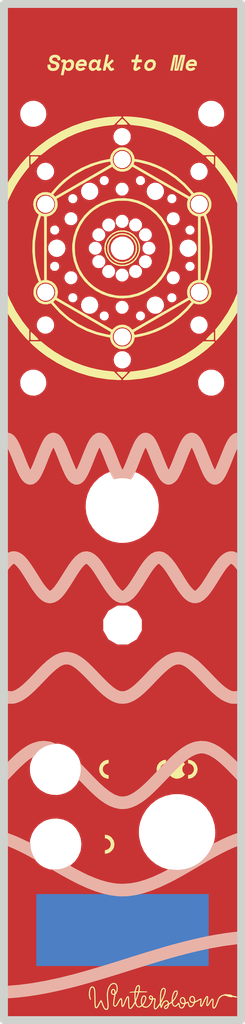
<source format=kicad_pcb>
(kicad_pcb (version 20211014) (generator pcbnew)
  (layers (0 "F.Cu" signal) (31 "B.Cu" signal) (36 "B.SilkS" user "B.Silkscreen") (37 "F.SilkS" user "F.Silkscreen") (38 "B.Mask" user) (39 "F.Mask" user) (44 "Edge.Cuts" user))
  (footprint "DrillHole" (layer "F.Cu") (at 6.535 96.777)
    (pad "" np_thru_hole circle (at 0 0) (size 6.350 6.350) (drill 6.350) (layers *.Cu *.Mask) (clearance 0.1))
  )
  (footprint "DrillHole" (layer "F.Cu") (at 6.535 106.260)
    (pad "" np_thru_hole circle (at 0 0) (size 6.350 6.350) (drill 6.350) (layers *.Cu *.Mask) (clearance 0.1))
  )
  (footprint "DrillHole" (layer "F.Cu") (at 14.959 63.522)
    (pad "" np_thru_hole circle (at 0 0) (size 7.100 7.100) (drill 7.100) (layers *.Cu *.Mask) (clearance 0.1))
  )
  (footprint "DrillHole" (layer "F.Cu") (at 21.897 104.746)
    (pad "" np_thru_hole circle (at 0 0) (size 9.500 9.500) (drill 9.500) (layers *.Cu *.Mask) (clearance 0.1))
  )
  (footprint "DrillHole" (layer "F.Cu") (at 14.977 30.890)
    (pad "" np_thru_hole circle (at 0 0) (size 2.800 2.800) (drill 2.800) (layers *.Cu *.Mask) (clearance 0.1))
  )
  (footprint "DrillHole" (layer "F.Cu") (at 14.947 16.781)
    (pad "" np_thru_hole circle (at 0 0) (size 2.030 2.030) (drill 2.030) (layers *.Cu *.Mask) (clearance 0.1))
  )
  (footprint "DrillHole" (layer "F.Cu") (at 14.972 44.999)
    (pad "" np_thru_hole circle (at 0 0) (size 2.030 2.030) (drill 2.030) (layers *.Cu *.Mask) (clearance 0.1))
  )
  (footprint "DrillHole" (layer "F.Cu") (at 24.669 21.180)
    (pad "" np_thru_hole circle (at 0 0) (size 2.030 2.030) (drill 2.030) (layers *.Cu *.Mask) (clearance 0.1))
  )
  (footprint "DrillHole" (layer "F.Cu") (at 5.249 40.600)
    (pad "" np_thru_hole circle (at 0 0) (size 2.030 2.030) (drill 2.030) (layers *.Cu *.Mask) (clearance 0.1))
  )
  (footprint "DrillHole" (layer "F.Cu") (at 24.669 40.600)
    (pad "" np_thru_hole circle (at 0 0) (size 2.030 2.030) (drill 2.030) (layers *.Cu *.Mask) (clearance 0.1))
  )
  (footprint "DrillHole" (layer "F.Cu") (at 5.249 21.180)
    (pad "" np_thru_hole circle (at 0 0) (size 2.030 2.030) (drill 2.030) (layers *.Cu *.Mask) (clearance 0.1))
  )
  (footprint "DrillHole" (layer "F.Cu") (at 14.972 42.106)
    (pad "" np_thru_hole circle (at 0 0) (size 2.030 2.030) (drill 2.030) (layers *.Cu *.Mask) (clearance 0.1))
  )
  (footprint "DrillHole" (layer "F.Cu") (at 5.277 36.449)
    (pad "" np_thru_hole circle (at 0 0) (size 2.030 2.030) (drill 2.030) (layers *.Cu *.Mask) (clearance 0.1))
  )
  (footprint "DrillHole" (layer "F.Cu") (at 24.705 25.331)
    (pad "" np_thru_hole circle (at 0 0) (size 2.030 2.030) (drill 2.030) (layers *.Cu *.Mask) (clearance 0.1))
  )
  (footprint "DrillHole" (layer "F.Cu") (at 5.277 25.331)
    (pad "" np_thru_hole circle (at 0 0) (size 2.030 2.030) (drill 2.030) (layers *.Cu *.Mask) (clearance 0.1))
  )
  (footprint "DrillHole" (layer "F.Cu") (at 14.959 19.673)
    (pad "" np_thru_hole circle (at 0 0) (size 2.030 2.030) (drill 2.030) (layers *.Cu *.Mask) (clearance 0.1))
  )
  (footprint "DrillHole" (layer "F.Cu") (at 3.709 13.890)
    (pad "" np_thru_hole circle (at 0 0) (size 3.136 3.136) (drill 3.136) (layers *.Cu *.Mask) (clearance 0.1))
  )
  (footprint "DrillHole" (layer "F.Cu") (at 26.209 13.890)
    (pad "" np_thru_hole circle (at 0 0) (size 3.136 3.136) (drill 3.136) (layers *.Cu *.Mask) (clearance 0.1))
  )
  (footprint "DrillHole" (layer "F.Cu") (at 3.709 47.890)
    (pad "" np_thru_hole circle (at 0 0) (size 3.136 3.136) (drill 3.136) (layers *.Cu *.Mask) (clearance 0.1))
  )
  (footprint "DrillHole" (layer "F.Cu") (at 26.209 47.890)
    (pad "" np_thru_hole circle (at 0 0) (size 3.136 3.136) (drill 3.136) (layers *.Cu *.Mask) (clearance 0.1))
  )
  (footprint "DrillHole" (layer "F.Cu") (at 24.705 36.449)
    (pad "" np_thru_hole circle (at 0 0) (size 2.030 2.030) (drill 2.030) (layers *.Cu *.Mask) (clearance 0.1))
  )
  (footprint "DrillHole" (layer "F.Cu") (at 10.840 38.088)
    (pad "" np_thru_hole circle (at 0 0) (size 2.030 2.030) (drill 2.030) (layers *.Cu *.Mask) (clearance 0.1))
  )
  (footprint "DrillHole" (layer "F.Cu") (at 19.151 23.692)
    (pad "" np_thru_hole circle (at 0 0) (size 2.030 2.030) (drill 2.030) (layers *.Cu *.Mask) (clearance 0.1))
  )
  (footprint "DrillHole" (layer "F.Cu") (at 6.684 30.890)
    (pad "" np_thru_hole circle (at 0 0) (size 2.030 2.030) (drill 2.030) (layers *.Cu *.Mask) (clearance 0.1))
  )
  (footprint "DrillHole" (layer "F.Cu") (at 23.307 30.890)
    (pad "" np_thru_hole circle (at 0 0) (size 2.030 2.030) (drill 2.030) (layers *.Cu *.Mask) (clearance 0.1))
  )
  (footprint "DrillHole" (layer "F.Cu") (at 10.840 23.692)
    (pad "" np_thru_hole circle (at 0 0) (size 2.030 2.030) (drill 2.030) (layers *.Cu *.Mask) (clearance 0.1))
  )
  (footprint "DrillHole" (layer "F.Cu") (at 19.151 38.088)
    (pad "" np_thru_hole circle (at 0 0) (size 2.030 2.030) (drill 2.030) (layers *.Cu *.Mask) (clearance 0.1))
  )
  (footprint "DrillHole" (layer "F.Cu") (at 14.947 38.359)
    (pad "" np_thru_hole circle (at 0 0) (size 1.486 1.486) (drill 1.486) (layers *.Cu *.Mask) (clearance 0.1))
  )
  (footprint "DrillHole" (layer "F.Cu") (at 14.947 23.420)
    (pad "" np_thru_hole circle (at 0 0) (size 1.486 1.486) (drill 1.486) (layers *.Cu *.Mask) (clearance 0.1))
  )
  (footprint "DrillHole" (layer "F.Cu") (at 17.270 22.333)
    (pad "" np_thru_hole circle (at 0 0) (size 1.000 1.000) (drill 1.000) (layers *.Cu *.Mask) (clearance 0.1))
  )
  (footprint "DrillHole" (layer "F.Cu") (at 12.685 39.446)
    (pad "" np_thru_hole circle (at 0 0) (size 1.000 1.000) (drill 1.000) (layers *.Cu *.Mask) (clearance 0.1))
  )
  (footprint "DrillHole" (layer "F.Cu") (at 21.241 24.626)
    (pad "" np_thru_hole circle (at 0 0) (size 1.000 1.000) (drill 1.000) (layers *.Cu *.Mask) (clearance 0.1))
  )
  (footprint "DrillHole" (layer "F.Cu") (at 8.714 37.154)
    (pad "" np_thru_hole circle (at 0 0) (size 1.000 1.000) (drill 1.000) (layers *.Cu *.Mask) (clearance 0.1))
  )
  (footprint "DrillHole" (layer "F.Cu") (at 23.534 28.597)
    (pad "" np_thru_hole circle (at 0 0) (size 1.000 1.000) (drill 1.000) (layers *.Cu *.Mask) (clearance 0.1))
  )
  (footprint "DrillHole" (layer "F.Cu") (at 6.421 33.183)
    (pad "" np_thru_hole circle (at 0 0) (size 1.000 1.000) (drill 1.000) (layers *.Cu *.Mask) (clearance 0.1))
  )
  (footprint "DrillHole" (layer "F.Cu") (at 23.534 33.183)
    (pad "" np_thru_hole circle (at 0 0) (size 1.000 1.000) (drill 1.000) (layers *.Cu *.Mask) (clearance 0.1))
  )
  (footprint "DrillHole" (layer "F.Cu") (at 6.421 28.597)
    (pad "" np_thru_hole circle (at 0 0) (size 1.000 1.000) (drill 1.000) (layers *.Cu *.Mask) (clearance 0.1))
  )
  (footprint "DrillHole" (layer "F.Cu") (at 21.241 37.154)
    (pad "" np_thru_hole circle (at 0 0) (size 1.000 1.000) (drill 1.000) (layers *.Cu *.Mask) (clearance 0.1))
  )
  (footprint "DrillHole" (layer "F.Cu") (at 8.714 24.626)
    (pad "" np_thru_hole circle (at 0 0) (size 1.000 1.000) (drill 1.000) (layers *.Cu *.Mask) (clearance 0.1))
  )
  (footprint "DrillHole" (layer "F.Cu") (at 17.270 39.446)
    (pad "" np_thru_hole circle (at 0 0) (size 1.000 1.000) (drill 1.000) (layers *.Cu *.Mask) (clearance 0.1))
  )
  (footprint "DrillHole" (layer "F.Cu") (at 12.685 22.333)
    (pad "" np_thru_hole circle (at 0 0) (size 1.000 1.000) (drill 1.000) (layers *.Cu *.Mask) (clearance 0.1))
  )
  (footprint "DrillHole" (layer "F.Cu") (at 14.947 27.493)
    (pad "" np_thru_hole circle (at 0 0) (size 1.000 1.000) (drill 1.000) (layers *.Cu *.Mask) (clearance 0.1))
  )
  (footprint "DrillHole" (layer "F.Cu") (at 14.947 34.287)
    (pad "" np_thru_hole circle (at 0 0) (size 1.000 1.000) (drill 1.000) (layers *.Cu *.Mask) (clearance 0.1))
  )
  (footprint "DrillHole" (layer "F.Cu") (at 18.344 30.890)
    (pad "" np_thru_hole circle (at 0 0) (size 1.000 1.000) (drill 1.000) (layers *.Cu *.Mask) (clearance 0.1))
  )
  (footprint "DrillHole" (layer "F.Cu") (at 11.550 30.890)
    (pad "" np_thru_hole circle (at 0 0) (size 1.000 1.000) (drill 1.000) (layers *.Cu *.Mask) (clearance 0.1))
  )
  (footprint "DrillHole" (layer "F.Cu") (at 17.889 32.588)
    (pad "" np_thru_hole circle (at 0 0) (size 1.000 1.000) (drill 1.000) (layers *.Cu *.Mask) (clearance 0.1))
  )
  (footprint "DrillHole" (layer "F.Cu") (at 12.005 29.191)
    (pad "" np_thru_hole circle (at 0 0) (size 1.000 1.000) (drill 1.000) (layers *.Cu *.Mask) (clearance 0.1))
  )
  (footprint "DrillHole" (layer "F.Cu") (at 16.645 33.832)
    (pad "" np_thru_hole circle (at 0 0) (size 1.000 1.000) (drill 1.000) (layers *.Cu *.Mask) (clearance 0.1))
  )
  (footprint "DrillHole" (layer "F.Cu") (at 13.248 27.948)
    (pad "" np_thru_hole circle (at 0 0) (size 1.000 1.000) (drill 1.000) (layers *.Cu *.Mask) (clearance 0.1))
  )
  (footprint "DrillHole" (layer "F.Cu") (at 13.248 33.832)
    (pad "" np_thru_hole circle (at 0 0) (size 1.000 1.000) (drill 1.000) (layers *.Cu *.Mask) (clearance 0.1))
  )
  (footprint "DrillHole" (layer "F.Cu") (at 16.645 27.948)
    (pad "" np_thru_hole circle (at 0 0) (size 1.000 1.000) (drill 1.000) (layers *.Cu *.Mask) (clearance 0.1))
  )
  (footprint "DrillHole" (layer "F.Cu") (at 12.005 32.588)
    (pad "" np_thru_hole circle (at 0 0) (size 1.000 1.000) (drill 1.000) (layers *.Cu *.Mask) (clearance 0.1))
  )
  (footprint "DrillHole" (layer "F.Cu") (at 17.889 29.191)
    (pad "" np_thru_hole circle (at 0 0) (size 1.000 1.000) (drill 1.000) (layers *.Cu *.Mask) (clearance 0.1))
  )
  (footprint "DrillHole" (layer "F.Cu") (at 8.478 34.625)
    (pad "" np_thru_hole circle (at 0 0) (size 1.486 1.486) (drill 1.486) (layers *.Cu *.Mask) (clearance 0.1))
  )
  (footprint "DrillHole" (layer "F.Cu") (at 21.416 27.155)
    (pad "" np_thru_hole circle (at 0 0) (size 1.486 1.486) (drill 1.486) (layers *.Cu *.Mask) (clearance 0.1))
  )
  (footprint "DrillHole" (layer "F.Cu") (at 8.478 27.155)
    (pad "" np_thru_hole circle (at 0 0) (size 1.486 1.486) (drill 1.486) (layers *.Cu *.Mask) (clearance 0.1))
  )
  (footprint "DrillHole" (layer "F.Cu") (at 21.416 34.625)
    (pad "" np_thru_hole circle (at 0 0) (size 1.486 1.486) (drill 1.486) (layers *.Cu *.Mask) (clearance 0.1))
  )
  (footprint "Graphics" (layer "F.SilkS") (at 0 0))
  (footprint "Graphics" (layer "F.Mask") (at 0 0))
  (footprint "Graphics" (layer "F.Cu") (at 0 0)
    (fp_poly (pts (xy 29.980 64.250) (xy 29.980 128.500) (xy 15.000 128.500) (xy 0.020 128.500) (xy 0.020 106.088) (xy 3.282 106.088) (xy 3.288 106.430) (xy 3.313 106.755) (xy 3.338 106.923) (xy 3.565 107.608) (xy 3.935 108.221) (xy 4.205 108.533) (xy 4.575 108.867) (xy 4.976 109.121) (xy 5.070 109.170) (xy 5.709 109.413) (xy 6.200 109.508) (xy 6.410 109.516) (xy 6.697 109.506) (xy 6.982 109.484) (xy 7.146 109.461) (xy 7.828 109.248) (xy 8.435 108.904) (xy 8.952 108.445) (xy 9.360 107.887) (xy 9.643 107.246) (xy 9.719 106.966) (xy 9.794 106.265) (xy 9.717 105.562) (xy 9.488 104.884) (xy 9.479 104.864) (xy 9.400 104.735) (xy 17.069 104.735) (xy 17.079 105.122) (xy 17.107 105.420) (xy 17.319 106.292) (xy 17.670 107.092) (xy 18.156 107.810) (xy 18.573 108.259) (xy 19.259 108.801) (xy 20.024 109.205) (xy 20.864 109.469) (xy 21.490 109.568) (xy 21.708 109.576) (xy 22.014 109.570) (xy 22.334 109.553) (xy 22.599 109.529) (xy 22.660 109.521) (xy 23.296 109.374) (xy 23.903 109.140) (xy 24.030 109.080) (xy 24.766 108.634) (xy 25.267 108.204) (xy 25.847 107.528) (xy 26.283 106.782) (xy 26.576 105.963) (xy 26.702 105.320) (xy 26.728 104.904) (xy 26.714 104.418) (xy 26.662 103.948) (xy 26.649 103.870) (xy 26.419 103.046) (xy 26.048 102.278) (xy 25.548 101.585) (xy 24.935 100.989) (xy 24.390 100.606) (xy 23.606 100.225) (xy 22.773 99.991) (xy 22.436 99.941) (xy 22.127 99.923) (xy 21.753 99.922) (xy 21.408 99.938) (xy 21.286 99.951) (xy 20.428 100.141) (xy 19.624 100.479) (xy 19.212 100.725) (xy 18.556 101.254) (xy 17.995 101.894) (xy 17.561 102.608) (xy 17.259 103.370) (xy 17.106 104.041) (xy 17.078 104.348) (xy 17.069 104.735) (xy 9.400 104.735) (xy 9.108 104.260) (xy 8.614 103.750) (xy 8.013 103.352) (xy 7.990 103.340) (xy 7.347 103.100) (xy 6.665 103.002) (xy 5.976 103.047) (xy 5.312 103.234) (xy 4.976 103.393) (xy 4.396 103.799) (xy 3.919 104.312) (xy 3.562 104.909) (xy 3.342 105.566) (xy 3.298 105.813) (xy 3.282 106.088) (xy 0.020 106.088) (xy 0.020 96.582) (xy 3.284 96.582) (xy 3.285 96.869) (xy 3.311 97.259) (xy 3.376 97.590) (xy 3.453 97.840) (xy 3.753 98.477) (xy 4.180 99.031) (xy 4.717 99.482) (xy 5.345 99.813) (xy 5.440 99.849) (xy 6.058 99.999) (xy 6.710 100.030) (xy 7.080 99.989) (xy 7.755 99.796) (xy 8.365 99.473) (xy 8.490 99.383) (xy 8.712 99.191) (xy 8.955 98.947) (xy 9.146 98.725) (xy 9.149 98.720) (xy 9.508 98.108) (xy 9.723 97.449) (xy 9.794 96.766) (xy 9.719 96.083) (xy 9.497 95.422) (xy 9.254 94.984) (xy 8.801 94.437) (xy 8.256 94.009) (xy 7.638 93.710) (xy 6.970 93.548) (xy 6.273 93.530) (xy 5.688 93.629) (xy 5.038 93.881) (xy 4.461 94.263) (xy 3.976 94.757) (xy 3.604 95.343) (xy 3.372 95.964) (xy 3.308 96.269) (xy 3.284 96.582) (xy 0.020 96.582) (xy 0.020 77.870) (xy 12.560 77.870) (xy 12.561 78.550) (xy 12.562 79.230) (xy 12.886 79.788) (xy 13.210 80.347) (xy 13.770 80.673) (xy 14.330 80.999) (xy 15.000 80.999) (xy 15.670 80.999) (xy 16.230 80.673) (xy 16.790 80.347) (xy 17.114 79.788) (xy 17.438 79.230) (xy 17.439 78.550) (xy 17.440 77.870) (xy 17.116 77.307) (xy 16.792 76.744) (xy 16.220 76.412) (xy 15.647 76.080) (xy 15.000 76.080) (xy 14.353 76.080) (xy 13.781 76.412) (xy 13.208 76.744) (xy 12.884 77.307) (xy 12.560 77.870) (xy 0.020 77.870) (xy 0.020 64.250) (xy 0.020 63.695) (xy 10.329 63.695) (xy 10.434 64.519) (xy 10.688 65.316) (xy 10.810 65.581) (xy 11.194 66.219) (xy 11.609 66.715) (xy 12.257 67.282) (xy 12.988 67.713) (xy 13.792 68.003) (xy 14.550 68.139) (xy 14.826 68.151) (xy 15.171 68.144) (xy 15.493 68.121) (xy 15.580 68.111) (xy 15.935 68.049) (xy 16.273 67.960) (xy 16.346 67.938) (xy 17.119 67.616) (xy 17.812 67.165) (xy 18.413 66.601) (xy 18.905 65.941) (xy 19.275 65.201) (xy 19.508 64.399) (xy 19.530 64.280) (xy 19.588 63.448) (xy 19.495 62.601) (xy 19.439 62.352) (xy 19.158 61.566) (xy 18.735 60.842) (xy 18.250 60.268) (xy 17.704 59.790) (xy 17.109 59.419) (xy 16.990 59.359) (xy 16.249 59.069) (xy 15.492 58.920) (xy 14.970 58.893) (xy 14.383 58.922) (xy 13.838 59.025) (xy 13.470 59.135) (xy 12.718 59.466) (xy 12.032 59.933) (xy 11.434 60.515) (xy 10.949 61.195) (xy 10.895 61.290) (xy 10.559 62.058) (xy 10.371 62.867) (xy 10.329 63.695) (xy 0.020 63.695) (xy 0.020 47.811) (xy 2.062 47.811) (xy 2.066 47.939) (xy 2.098 48.262) (xy 2.181 48.527) (xy 2.229 48.630) (xy 2.515 49.036) (xy 2.901 49.332) (xy 3.354 49.504) (xy 3.847 49.536) (xy 4.023 49.512) (xy 4.445 49.371) (xy 4.814 49.107) (xy 4.872 49.051) (xy 5.098 48.785) (xy 5.249 48.492) (xy 5.338 48.186) (xy 5.354 47.853) (xy 5.353 47.830) (xy 5.351 47.811) (xy 24.562 47.811) (xy 24.566 47.939) (xy 24.598 48.262) (xy 24.681 48.527) (xy 24.729 48.630) (xy 25.015 49.036) (xy 25.401 49.332) (xy 25.854 49.504) (xy 26.347 49.536) (xy 26.523 49.512) (xy 26.945 49.371) (xy 27.314 49.107) (xy 27.372 49.051) (xy 27.598 48.785) (xy 27.749 48.492) (xy 27.838 48.186) (xy 27.854 47.853) (xy 27.853 47.830) (xy 27.807 47.476) (xy 27.702 47.188) (xy 27.427 46.781) (xy 27.041 46.467) (xy 26.620 46.286) (xy 26.390 46.254) (xy 26.101 46.251) (xy 25.848 46.275) (xy 25.801 46.286) (xy 25.329 46.493) (xy 24.950 46.819) (xy 24.685 47.243) (xy 24.598 47.500) (xy 24.568 47.647) (xy 24.562 47.811) (xy 5.351 47.811) (xy 5.307 47.476) (xy 5.202 47.188) (xy 4.927 46.781) (xy 4.541 46.467) (xy 4.120 46.286) (xy 3.890 46.254) (xy 3.601 46.251) (xy 3.348 46.275) (xy 3.301 46.286) (xy 2.829 46.493) (xy 2.450 46.819) (xy 2.185 47.243) (xy 2.098 47.500) (xy 2.068 47.647) (xy 2.062 47.811) (xy 0.020 47.811) (xy 0.020 45.009) (xy 13.876 45.009) (xy 13.952 45.414) (xy 14.150 45.736) (xy 14.384 45.926) (xy 14.677 46.063) (xy 14.734 46.078) (xy 14.956 46.097) (xy 15.195 46.077) (xy 15.230 46.069) (xy 15.599 45.899) (xy 15.872 45.625) (xy 16.034 45.280) (xy 16.067 44.896) (xy 15.996 44.600) (xy 15.788 44.262) (xy 15.490 44.031) (xy 15.140 43.913) (xy 14.770 43.916) (xy 14.417 44.047) (xy 14.200 44.218) (xy 13.965 44.554) (xy 13.877 44.945) (xy 13.876 45.009) (xy 0.020 45.009) (xy 0.020 42.091) (xy 13.875 42.091) (xy 13.918 42.420) (xy 14.109 42.782) (xy 14.409 43.050) (xy 14.686 43.169) (xy 14.920 43.197) (xy 15.177 43.184) (xy 15.246 43.170) (xy 15.612 42.996) (xy 15.893 42.701) (xy 16.016 42.452) (xy 16.068 42.146) (xy 16.037 41.830) (xy 16.032 41.810) (xy 15.854 41.451) (xy 15.580 41.193) (xy 15.242 41.044) (xy 14.875 41.013) (xy 14.512 41.111) (xy 14.230 41.303) (xy 14.017 41.561) (xy 13.926 41.763) (xy 13.875 42.091) (xy 0.020 42.091) (xy 0.020 40.453) (xy 4.158 40.453) (xy 4.172 40.835) (xy 4.321 41.187) (xy 4.580 41.472) (xy 4.926 41.654) (xy 4.990 41.672) (xy 5.244 41.697) (xy 5.497 41.672) (xy 5.506 41.670) (xy 5.882 41.495) (xy 6.166 41.204) (xy 6.310 40.895) (xy 6.342 40.645) (xy 6.330 40.453) (xy 23.578 40.453) (xy 23.592 40.835) (xy 23.741 41.187) (xy 24.000 41.472) (xy 24.346 41.654) (xy 24.410 41.672) (xy 24.664 41.697) (xy 24.917 41.672) (xy 24.926 41.670) (xy 25.304 41.495) (xy 25.587 41.203) (xy 25.730 40.894) (xy 25.763 40.637) (xy 25.744 40.364) (xy 25.730 40.308) (xy 25.556 39.953) (xy 25.279 39.683) (xy 25.160 39.615) (xy 24.852 39.514) (xy 24.664 39.500) (xy 24.265 39.575) (xy 23.932 39.781) (xy 23.693 40.098) (xy 23.578 40.453) (xy 6.330 40.453) (xy 6.325 40.375) (xy 6.310 40.305) (xy 6.136 39.953) (xy 5.860 39.683) (xy 5.740 39.615) (xy 5.432 39.514) (xy 5.244 39.500) (xy 4.845 39.575) (xy 4.512 39.781) (xy 4.273 40.098) (xy 4.158 40.453) (xy 0.020 40.453) (xy 0.020 39.402) (xy 12.105 39.402) (xy 12.150 39.688) (xy 12.244 39.829) (xy 12.483 39.995) (xy 12.763 40.029) (xy 12.930 39.980) (xy 13.150 39.799) (xy 13.256 39.556) (xy 13.255 39.531) (xy 16.691 39.531) (xy 16.799 39.796) (xy 17.021 39.977) (xy 17.300 40.033) (xy 17.493 39.990) (xy 17.722 39.817) (xy 17.840 39.565) (xy 17.829 39.284) (xy 17.794 39.196) (xy 17.609 38.975) (xy 17.356 38.870) (xy 17.084 38.892) (xy 16.889 39.005) (xy 16.720 39.249) (xy 16.691 39.531) (xy 13.255 39.531) (xy 13.247 39.294) (xy 13.124 39.061) (xy 12.925 38.916) (xy 12.632 38.866) (xy 12.358 38.968) (xy 12.298 39.016) (xy 12.143 39.222) (xy 12.105 39.402) (xy 0.020 39.402) (xy 0.020 38.005) (xy 9.743 38.005) (xy 9.783 38.399) (xy 9.966 38.755) (xy 10.046 38.845) (xy 10.365 39.083) (xy 10.737 39.177) (xy 10.821 39.179) (xy 11.034 39.166) (xy 11.129 39.149) (xy 11.484 38.980) (xy 11.752 38.698) (xy 11.897 38.361) (xy 14.130 38.361) (xy 14.135 38.526) (xy 14.163 38.633) (xy 14.205 38.724) (xy 14.429 39.007) (xy 14.720 39.162) (xy 14.831 39.173) (xy 14.971 39.174) (xy 15.138 39.164) (xy 15.253 39.129) (xy 15.302 39.106) (xy 15.585 38.882) (xy 15.747 38.560) (xy 15.763 38.492) (xy 15.748 38.162) (xy 15.690 38.046) (xy 18.053 38.046) (xy 18.078 38.345) (xy 18.097 38.413) (xy 18.299 38.779) (xy 18.607 39.044) (xy 18.860 39.151) (xy 19.055 39.175) (xy 19.295 39.172) (xy 19.437 39.151) (xy 19.744 39.012) (xy 19.911 38.872) (xy 20.152 38.533) (xy 20.250 38.156) (xy 20.205 37.772) (xy 20.017 37.414) (xy 19.907 37.289) (xy 19.727 37.168) (xy 20.661 37.168) (xy 20.683 37.342) (xy 20.842 37.581) (xy 21.054 37.712) (xy 21.278 37.734) (xy 21.509 37.674) (xy 21.518 37.669) (xy 21.694 37.524) (xy 21.776 37.383) (xy 21.815 37.262) (xy 21.816 37.123) (xy 21.762 36.886) (xy 21.622 36.716) (xy 21.362 36.582) (xy 21.053 36.598) (xy 21.050 36.599) (xy 20.865 36.712) (xy 20.717 36.895) (xy 20.694 36.949) (xy 20.661 37.168) (xy 19.727 37.168) (xy 19.628 37.102) (xy 19.292 36.993) (xy 19.150 36.981) (xy 18.819 37.041) (xy 18.500 37.198) (xy 18.446 37.238) (xy 18.264 37.442) (xy 18.119 37.698) (xy 18.098 37.756) (xy 18.053 38.046) (xy 15.690 38.046) (xy 15.599 37.861) (xy 15.343 37.636) (xy 15.302 37.615) (xy 15.193 37.568) (xy 15.081 37.552) (xy 14.940 37.550) (xy 14.770 37.553) (xy 14.670 37.575) (xy 14.564 37.628) (xy 14.302 37.842) (xy 14.192 38.020) (xy 14.146 38.135) (xy 14.131 38.260) (xy 14.130 38.361) (xy 11.897 38.361) (xy 11.907 38.339) (xy 11.933 38.020) (xy 11.834 37.618) (xy 11.607 37.295) (xy 11.275 37.076) (xy 10.993 36.998) (xy 10.599 37.015) (xy 10.238 37.169) (xy 9.952 37.438) (xy 9.853 37.605) (xy 9.743 38.005) (xy 0.020 38.005) (xy 0.020 36.391) (xy 4.178 36.391) (xy 4.231 36.790) (xy 4.306 36.970) (xy 4.507 37.227) (xy 4.784 37.433) (xy 4.995 37.518) (xy 5.188 37.537) (xy 5.423 37.532) (xy 5.581 37.508) (xy 5.933 37.329) (xy 6.080 37.170) (xy 8.131 37.170) (xy 8.203 37.447) (xy 8.389 37.643) (xy 8.650 37.733) (xy 8.900 37.708) (xy 9.103 37.583) (xy 9.252 37.384) (xy 9.268 37.340) (xy 9.283 37.033) (xy 9.144 36.760) (xy 9.140 36.755) (xy 8.913 36.604) (xy 8.645 36.574) (xy 8.392 36.664) (xy 8.262 36.787) (xy 8.156 36.975) (xy 8.131 37.170) (xy 6.080 37.170) (xy 6.200 37.041) (xy 6.354 36.684) (xy 6.379 36.460) (xy 6.358 36.345) (xy 23.608 36.345) (xy 23.646 36.749) (xy 23.734 36.965) (xy 23.989 37.285) (xy 24.351 37.492) (xy 24.360 37.494) (xy 24.618 37.538) (xy 24.903 37.528) (xy 25.001 37.508) (xy 25.364 37.324) (xy 25.637 37.030) (xy 25.769 36.729) (xy 25.795 36.359) (xy 25.704 35.991) (xy 25.675 35.932) (xy 25.506 35.707) (xy 25.278 35.511) (xy 25.200 35.465) (xy 24.816 35.353) (xy 24.430 35.383) (xy 24.080 35.542) (xy 23.803 35.817) (xy 23.729 35.943) (xy 23.608 36.345) (xy 6.358 36.345) (xy 6.310 36.083) (xy 6.124 35.748) (xy 5.872 35.522) (xy 5.475 35.366) (xy 5.079 35.363) (xy 4.709 35.510) (xy 4.508 35.670) (xy 4.272 36.006) (xy 4.178 36.391) (xy 0.020 36.391) (xy 0.020 34.723) (xy 7.652 34.723) (xy 7.733 34.987) (xy 7.938 35.244) (xy 8.220 35.415) (xy 8.309 35.441) (xy 8.550 35.447) (xy 8.766 35.400) (xy 9.042 35.225) (xy 9.132 35.127) (xy 9.276 34.833) (xy 9.291 34.503) (xy 9.179 34.189) (xy 9.065 34.044) (xy 8.916 33.929) (xy 12.426 33.929) (xy 12.479 34.146) (xy 12.647 34.394) (xy 12.907 34.584) (xy 13.055 34.640) (xy 13.192 34.652) (xy 13.294 34.652) (xy 13.478 34.627) (xy 13.589 34.584) (xy 13.868 34.374) (xy 13.922 34.280) (xy 14.130 34.280) (xy 14.135 34.448) (xy 14.164 34.557) (xy 14.194 34.624) (xy 14.408 34.911) (xy 14.700 35.076) (xy 15.035 35.106) (xy 15.295 35.030) (xy 15.573 34.825) (xy 15.732 34.549) (xy 15.772 34.240) (xy 15.694 33.935) (xy 15.615 33.830) (xy 15.830 33.830) (xy 15.835 34.005) (xy 15.861 34.112) (xy 15.884 34.166) (xy 16.031 34.376) (xy 16.227 34.546) (xy 16.272 34.570) (xy 16.476 34.642) (xy 16.694 34.652) (xy 16.878 34.627) (xy 16.990 34.583) (xy 17.108 34.493) (xy 20.596 34.493) (xy 20.608 34.822) (xy 20.747 35.110) (xy 20.981 35.327) (xy 21.280 35.443) (xy 21.606 35.430) (xy 21.933 35.271) (xy 22.100 35.089) (xy 22.226 34.776) (xy 22.218 34.435) (xy 22.159 34.265) (xy 21.937 33.985) (xy 21.760 33.872) (xy 21.644 33.825) (xy 21.517 33.811) (xy 21.420 33.810) (xy 21.252 33.815) (xy 21.142 33.844) (xy 21.076 33.874) (xy 20.784 34.094) (xy 20.616 34.412) (xy 20.596 34.493) (xy 17.108 34.493) (xy 17.267 34.374) (xy 17.431 34.082) (xy 17.469 33.749) (xy 17.389 33.467) (xy 17.178 33.199) (xy 16.886 33.041) (xy 16.556 33.006) (xy 16.235 33.108) (xy 16.231 33.110) (xy 16.040 33.274) (xy 15.889 33.484) (xy 15.884 33.495) (xy 15.844 33.602) (xy 15.831 33.734) (xy 15.830 33.830) (xy 15.615 33.830) (xy 15.497 33.671) (xy 15.287 33.529) (xy 15.183 33.486) (xy 15.061 33.472) (xy 14.950 33.470) (xy 14.778 33.475) (xy 14.672 33.500) (xy 14.600 33.532) (xy 14.331 33.739) (xy 14.195 33.938) (xy 14.146 34.052) (xy 14.131 34.173) (xy 14.130 34.280) (xy 13.922 34.280) (xy 14.036 34.080) (xy 14.071 33.745) (xy 14.065 33.706) (xy 13.931 33.367) (xy 13.670 33.120) (xy 13.584 33.074) (xy 13.463 33.025) (xy 13.332 33.011) (xy 13.250 33.010) (xy 13.084 33.016) (xy 12.972 33.048) (xy 12.918 33.073) (xy 12.628 33.289) (xy 12.459 33.586) (xy 12.426 33.929) (xy 8.916 33.929) (xy 8.908 33.923) (xy 8.830 33.878) (xy 8.712 33.828) (xy 8.594 33.811) (xy 8.479 33.810) (xy 8.314 33.815) (xy 8.207 33.842) (xy 8.116 33.885) (xy 7.840 34.101) (xy 7.680 34.393) (xy 7.652 34.723) (xy 0.020 34.723) (xy 0.020 33.190) (xy 5.850 33.190) (xy 5.857 33.345) (xy 5.892 33.441) (xy 5.904 33.462) (xy 6.103 33.674) (xy 6.189 33.722) (xy 6.419 33.761) (xy 6.660 33.714) (xy 6.671 33.709) (xy 6.892 33.525) (xy 6.996 33.267) (xy 6.964 32.983) (xy 6.939 32.924) (xy 6.795 32.734) (xy 6.672 32.654) (xy 6.474 32.609) (xy 6.247 32.626) (xy 6.166 32.655) (xy 5.939 32.847) (xy 5.899 32.913) (xy 5.859 33.024) (xy 5.850 33.184) (xy 5.850 33.190) (xy 0.020 33.190) (xy 0.020 32.590) (xy 11.190 32.590) (xy 11.195 32.765) (xy 11.221 32.872) (xy 11.244 32.925) (xy 11.381 33.125) (xy 11.563 33.294) (xy 11.590 33.311) (xy 11.902 33.410) (xy 12.237 33.385) (xy 12.350 33.343) (xy 12.624 33.135) (xy 12.792 32.840) (xy 12.819 32.604) (xy 17.061 32.604) (xy 17.128 32.928) (xy 17.165 33.000) (xy 17.378 33.235) (xy 17.659 33.389) (xy 17.695 33.400) (xy 17.832 33.412) (xy 17.934 33.412) (xy 18.118 33.387) (xy 18.229 33.344) (xy 18.433 33.190) (xy 22.952 33.190) (xy 22.967 33.339) (xy 23.019 33.456) (xy 23.202 33.666) (xy 23.330 33.736) (xy 23.493 33.757) (xy 23.681 33.746) (xy 23.721 33.737) (xy 23.920 33.616) (xy 24.048 33.460) (xy 24.099 33.343) (xy 24.110 33.197) (xy 24.110 33.190) (xy 24.097 33.025) (xy 24.062 32.932) (xy 23.875 32.711) (xy 23.621 32.607) (xy 23.348 32.631) (xy 23.145 32.750) (xy 22.984 32.983) (xy 22.952 33.190) (xy 18.433 33.190) (xy 18.507 33.135) (xy 18.676 32.843) (xy 18.712 32.511) (xy 18.706 32.470) (xy 18.576 32.130) (xy 18.335 31.890) (xy 18.010 31.772) (xy 17.832 31.764) (xy 17.524 31.843) (xy 17.318 31.994) (xy 17.128 32.274) (xy 17.061 32.604) (xy 12.819 32.604) (xy 12.830 32.506) (xy 12.823 32.457) (xy 12.688 32.124) (xy 12.426 31.878) (xy 12.344 31.834) (xy 12.226 31.786) (xy 12.102 31.771) (xy 12.000 31.770) (xy 11.832 31.775) (xy 11.727 31.803) (xy 11.660 31.834) (xy 11.379 32.052) (xy 11.256 32.236) (xy 11.208 32.348) (xy 11.192 32.464) (xy 11.190 32.590) (xy 0.020 32.590) (xy 0.020 31.039) (xy 5.593 31.039) (xy 5.714 31.404) (xy 5.952 31.707) (xy 6.285 31.915) (xy 6.460 31.969) (xy 6.723 31.996) (xy 6.925 31.961) (xy 7.273 31.816) (xy 7.460 31.662) (xy 7.695 31.318) (xy 7.782 30.930) (xy 7.776 30.890) (xy 10.730 30.890) (xy 10.736 31.056) (xy 10.768 31.168) (xy 10.794 31.224) (xy 11.003 31.507) (xy 11.158 31.617) (xy 11.358 31.698) (xy 11.580 31.712) (xy 11.594 31.712) (xy 11.778 31.687) (xy 11.889 31.644) (xy 12.169 31.437) (xy 12.331 31.160) (xy 12.375 30.849) (xy 12.368 30.822) (xy 13.499 30.822) (xy 13.514 31.147) (xy 13.530 31.234) (xy 13.708 31.655) (xy 14.004 32.009) (xy 14.312 32.217) (xy 14.642 32.340) (xy 14.984 32.371) (xy 15.040 32.370) (xy 15.299 32.340) (xy 15.410 32.309) (xy 15.847 32.093) (xy 16.174 31.763) (xy 16.310 31.530) (xy 16.450 31.069) (xy 16.443 30.890) (xy 17.530 30.890) (xy 17.534 31.060) (xy 17.559 31.164) (xy 17.596 31.245) (xy 17.818 31.530) (xy 18.120 31.689) (xy 18.385 31.711) (xy 18.640 31.662) (xy 18.922 31.479) (xy 19.109 31.204) (xy 19.170 30.900) (xy 22.200 30.900) (xy 22.235 31.128) (xy 22.320 31.375) (xy 22.344 31.425) (xy 22.579 31.712) (xy 22.907 31.915) (xy 23.080 31.969) (xy 23.326 31.996) (xy 23.519 31.970) (xy 23.894 31.817) (xy 24.182 31.551) (xy 24.357 31.202) (xy 24.399 30.909) (xy 24.332 30.496) (xy 24.123 30.157) (xy 24.062 30.095) (xy 23.712 29.866) (xy 23.324 29.786) (xy 22.923 29.859) (xy 22.743 29.943) (xy 22.459 30.190) (xy 22.268 30.530) (xy 22.200 30.900) (xy 19.170 30.900) (xy 19.173 30.884) (xy 19.164 30.786) (xy 19.035 30.447) (xy 18.793 30.196) (xy 18.685 30.135) (xy 18.561 30.087) (xy 18.426 30.073) (xy 18.350 30.072) (xy 18.163 30.082) (xy 18.034 30.118) (xy 17.800 30.273) (xy 17.612 30.505) (xy 17.595 30.537) (xy 17.548 30.648) (xy 17.532 30.764) (xy 17.530 30.890) (xy 16.443 30.890) (xy 16.431 30.604) (xy 16.301 30.230) (xy 16.041 29.853) (xy 15.850 29.689) (xy 15.578 29.534) (xy 15.320 29.438) (xy 15.099 29.413) (xy 14.825 29.417) (xy 14.603 29.447) (xy 14.600 29.448) (xy 14.174 29.641) (xy 13.827 29.953) (xy 13.591 30.353) (xy 13.539 30.514) (xy 13.499 30.822) (xy 12.368 30.822) (xy 12.300 30.544) (xy 12.105 30.281) (xy 11.904 30.145) (xy 11.776 30.089) (xy 11.657 30.071) (xy 11.550 30.070) (xy 11.388 30.075) (xy 11.278 30.106) (xy 11.197 30.145) (xy 10.912 30.367) (xy 10.794 30.556) (xy 10.745 30.677) (xy 10.731 30.808) (xy 10.730 30.890) (xy 7.776 30.890) (xy 7.716 30.523) (xy 7.665 30.400) (xy 7.436 30.090) (xy 7.110 29.876) (xy 6.734 29.787) (xy 6.603 29.789) (xy 6.206 29.898) (xy 5.884 30.135) (xy 5.665 30.474) (xy 5.610 30.645) (xy 5.593 31.039) (xy 0.020 31.039) (xy 0.020 29.200) (xy 11.190 29.200) (xy 11.195 29.367) (xy 11.223 29.473) (xy 11.256 29.545) (xy 11.474 29.826) (xy 11.773 29.986) (xy 12.115 30.010) (xy 12.244 29.980) (xy 12.558 29.807) (xy 12.760 29.522) (xy 12.820 29.322) (xy 12.817 29.248) (xy 17.061 29.248) (xy 17.150 29.563) (xy 17.329 29.797) (xy 17.557 29.948) (xy 17.695 30.000) (xy 17.832 30.012) (xy 17.937 30.011) (xy 18.105 29.991) (xy 18.250 29.932) (xy 18.523 29.721) (xy 18.676 29.441) (xy 18.711 29.131) (xy 18.629 28.827) (xy 18.447 28.590) (xy 22.951 28.590) (xy 23.020 28.877) (xy 23.201 29.081) (xy 23.458 29.177) (xy 23.748 29.139) (xy 23.976 28.982) (xy 24.096 28.750) (xy 24.105 28.492) (xy 24.001 28.251) (xy 23.797 28.082) (xy 23.649 28.027) (xy 23.532 28.020) (xy 23.243 28.088) (xy 23.037 28.292) (xy 23.018 28.325) (xy 22.960 28.464) (xy 22.951 28.590) (xy 18.447 28.590) (xy 18.429 28.567) (xy 18.224 28.434) (xy 18.103 28.385) (xy 17.972 28.371) (xy 17.890 28.370) (xy 17.725 28.376) (xy 17.612 28.408) (xy 17.550 28.436) (xy 17.268 28.646) (xy 17.103 28.929) (xy 17.061 29.248) (xy 12.817 29.248) (xy 12.805 28.985) (xy 12.654 28.683) (xy 12.391 28.457) (xy 12.345 28.434) (xy 12.223 28.385) (xy 12.093 28.371) (xy 12.010 28.370) (xy 11.845 28.376) (xy 11.730 28.409) (xy 11.664 28.438) (xy 11.406 28.626) (xy 11.237 28.874) (xy 11.200 29.000) (xy 11.190 29.174) (xy 11.190 29.200) (xy 0.020 29.200) (xy 0.020 28.590) (xy 5.850 28.590) (xy 5.859 28.753) (xy 5.897 28.863) (xy 5.900 28.868) (xy 6.089 29.081) (xy 6.351 29.176) (xy 6.634 29.138) (xy 6.676 29.119) (xy 6.905 28.927) (xy 6.998 28.652) (xy 7.000 28.600) (xy 6.927 28.310) (xy 6.722 28.098) (xy 6.669 28.069) (xy 6.558 28.027) (xy 6.422 28.022) (xy 6.393 28.024) (xy 6.139 28.083) (xy 5.983 28.210) (xy 5.883 28.353) (xy 5.852 28.518) (xy 5.850 28.590) (xy 0.020 28.590) (xy 0.020 28.011) (xy 12.422 28.011) (xy 12.511 28.326) (xy 12.689 28.557) (xy 12.917 28.708) (xy 13.055 28.760) (xy 13.192 28.772) (xy 13.294 28.772) (xy 13.480 28.746) (xy 13.585 28.705) (xy 13.861 28.498) (xy 14.032 28.207) (xy 14.075 27.878) (xy 14.053 27.750) (xy 13.922 27.490) (xy 14.130 27.490) (xy 14.134 27.660) (xy 14.159 27.764) (xy 14.199 27.850) (xy 14.374 28.092) (xy 14.547 28.224) (xy 14.737 28.298) (xy 14.949 28.314) (xy 14.980 28.313) (xy 15.154 28.298) (xy 15.281 28.253) (xy 15.287 28.250) (xy 15.567 28.037) (xy 15.622 27.940) (xy 15.830 27.940) (xy 15.856 28.210) (xy 15.957 28.410) (xy 16.058 28.522) (xy 16.220 28.663) (xy 16.378 28.736) (xy 16.425 28.749) (xy 16.769 28.767) (xy 16.878 28.742) (xy 17.196 28.569) (xy 17.400 28.285) (xy 17.461 28.083) (xy 17.450 27.756) (xy 17.304 27.455) (xy 17.049 27.228) (xy 17.028 27.217) (xy 20.589 27.217) (xy 20.676 27.527) (xy 20.889 27.793) (xy 20.957 27.845) (xy 21.214 27.957) (xy 21.452 27.974) (xy 21.619 27.960) (xy 21.751 27.911) (xy 21.768 27.903) (xy 22.052 27.678) (xy 22.162 27.509) (xy 22.221 27.350) (xy 22.236 27.211) (xy 22.184 26.851) (xy 21.994 26.564) (xy 21.796 26.423) (xy 21.455 26.326) (xy 21.110 26.389) (xy 21.060 26.411) (xy 20.784 26.620) (xy 20.626 26.902) (xy 20.589 27.217) (xy 17.028 27.217) (xy 16.985 27.194) (xy 16.867 27.146) (xy 16.742 27.131) (xy 16.640 27.130) (xy 16.473 27.135) (xy 16.367 27.163) (xy 16.294 27.197) (xy 16.007 27.424) (xy 15.897 27.594) (xy 15.847 27.710) (xy 15.831 27.829) (xy 15.830 27.940) (xy 15.622 27.940) (xy 15.735 27.742) (xy 15.769 27.409) (xy 15.763 27.365) (xy 15.626 27.025) (xy 15.367 26.778) (xy 15.285 26.734) (xy 15.163 26.685) (xy 15.033 26.671) (xy 14.950 26.670) (xy 14.785 26.676) (xy 14.670 26.709) (xy 14.605 26.738) (xy 14.336 26.937) (xy 14.184 27.154) (xy 14.144 27.262) (xy 14.131 27.394) (xy 14.130 27.490) (xy 13.922 27.490) (xy 13.889 27.426) (xy 13.608 27.204) (xy 13.595 27.198) (xy 13.471 27.147) (xy 13.347 27.131) (xy 13.240 27.130) (xy 13.071 27.135) (xy 12.966 27.163) (xy 12.910 27.189) (xy 12.628 27.404) (xy 12.463 27.690) (xy 12.422 28.011) (xy 0.020 28.011) (xy 0.020 27.200) (xy 7.651 27.200) (xy 7.737 27.526) (xy 7.873 27.721) (xy 8.152 27.917) (xy 8.503 27.974) (xy 8.510 27.974) (xy 8.682 27.958) (xy 8.825 27.906) (xy 8.825 27.905) (xy 9.107 27.689) (xy 9.226 27.505) (xy 9.274 27.387) (xy 9.289 27.263) (xy 9.289 27.160) (xy 9.260 26.885) (xy 9.153 26.678) (xy 9.087 26.600) (xy 8.801 26.396) (xy 8.474 26.327) (xy 8.149 26.396) (xy 7.894 26.572) (xy 7.703 26.868) (xy 7.651 27.200) (xy 0.020 27.200) (xy 0.020 25.278) (xy 4.177 25.278) (xy 4.212 25.607) (xy 4.381 25.963) (xy 4.666 26.241) (xy 5.026 26.404) (xy 5.046 26.409) (xy 5.320 26.435) (xy 5.490 26.410) (xy 5.859 26.258) (xy 6.148 25.994) (xy 6.330 25.650) (xy 6.358 25.478) (xy 23.613 25.478) (xy 23.734 25.843) (xy 23.972 26.147) (xy 24.304 26.355) (xy 24.480 26.409) (xy 24.743 26.436) (xy 24.945 26.401) (xy 25.293 26.256) (xy 25.480 26.102) (xy 25.715 25.764) (xy 25.799 25.375) (xy 25.800 25.341) (xy 25.732 24.941) (xy 25.523 24.605) (xy 25.471 24.550) (xy 25.131 24.314) (xy 24.748 24.226) (xy 24.350 24.288) (xy 24.108 24.402) (xy 23.844 24.643) (xy 23.662 24.975) (xy 23.630 25.085) (xy 23.613 25.478) (xy 6.358 25.478) (xy 6.379 25.340) (xy 6.310 24.961) (xy 6.173 24.716) (xy 8.135 24.716) (xy 8.242 24.972) (xy 8.298 25.036) (xy 8.560 25.191) (xy 8.852 25.192) (xy 8.974 25.148) (xy 9.191 24.964) (xy 9.291 24.699) (xy 9.271 24.449) (xy 9.130 24.221) (xy 8.893 24.073) (xy 8.708 24.040) (xy 8.480 24.096) (xy 8.309 24.203) (xy 8.158 24.440) (xy 8.135 24.716) (xy 6.173 24.716) (xy 6.122 24.625) (xy 5.872 24.402) (xy 5.475 24.246) (xy 5.079 24.243) (xy 4.709 24.390) (xy 4.508 24.550) (xy 4.271 24.888) (xy 4.177 25.278) (xy 0.020 25.278) (xy 0.020 23.628) (xy 9.742 23.628) (xy 9.787 24.013) (xy 9.970 24.365) (xy 10.031 24.438) (xy 10.356 24.682) (xy 10.736 24.793) (xy 11.073 24.770) (xy 11.453 24.603) (xy 11.743 24.313) (xy 11.877 24.054) (xy 11.917 23.911) (xy 11.929 23.740) (xy 11.929 23.690) (xy 11.901 23.421) (xy 14.130 23.421) (xy 14.135 23.586) (xy 14.163 23.693) (xy 14.205 23.784) (xy 14.429 24.067) (xy 14.720 24.222) (xy 14.831 24.233) (xy 14.971 24.234) (xy 15.138 24.224) (xy 15.253 24.189) (xy 15.302 24.166) (xy 15.585 23.942) (xy 15.687 23.740) (xy 18.051 23.740) (xy 18.141 24.131) (xy 18.372 24.468) (xy 18.451 24.540) (xy 18.757 24.719) (xy 18.887 24.760) (xy 19.175 24.796) (xy 19.370 24.770) (xy 19.685 24.641) (xy 20.657 24.641) (xy 20.728 24.910) (xy 20.836 25.044) (xy 21.103 25.195) (xy 21.395 25.188) (xy 21.485 25.156) (xy 21.673 25.011) (xy 21.791 24.818) (xy 21.816 24.588) (xy 21.769 24.370) (xy 21.596 24.164) (xy 21.452 24.083) (xy 21.157 24.047) (xy 20.896 24.154) (xy 20.725 24.358) (xy 20.657 24.641) (xy 19.685 24.641) (xy 19.751 24.614) (xy 20.040 24.338) (xy 20.213 23.966) (xy 20.233 23.874) (xy 20.229 23.475) (xy 20.086 23.114) (xy 19.826 22.825) (xy 19.468 22.639) (xy 19.430 22.628) (xy 19.223 22.603) (xy 18.980 22.609) (xy 18.870 22.627) (xy 18.522 22.794) (xy 18.246 23.069) (xy 18.112 23.327) (xy 18.051 23.740) (xy 15.687 23.740) (xy 15.747 23.620) (xy 15.763 23.552) (xy 15.748 23.222) (xy 15.599 22.921) (xy 15.343 22.696) (xy 15.302 22.675) (xy 15.193 22.628) (xy 15.081 22.612) (xy 14.940 22.610) (xy 14.770 22.613) (xy 14.670 22.635) (xy 14.564 22.688) (xy 14.302 22.902) (xy 14.192 23.080) (xy 14.146 23.195) (xy 14.131 23.320) (xy 14.130 23.421) (xy 11.901 23.421) (xy 11.896 23.379) (xy 11.776 23.118) (xy 11.740 23.064) (xy 11.448 22.774) (xy 11.079 22.623) (xy 10.829 22.600) (xy 10.436 22.667) (xy 10.104 22.878) (xy 10.060 22.920) (xy 9.833 23.251) (xy 9.742 23.628) (xy 0.020 23.628) (xy 0.020 22.288) (xy 12.104 22.288) (xy 12.105 22.378) (xy 12.194 22.654) (xy 12.393 22.843) (xy 12.661 22.916) (xy 12.853 22.890) (xy 13.105 22.740) (xy 13.249 22.472) (xy 13.252 22.459) (xy 13.251 22.347) (xy 16.688 22.347) (xy 16.744 22.592) (xy 16.745 22.592) (xy 16.914 22.794) (xy 17.074 22.887) (xy 17.320 22.912) (xy 17.520 22.861) (xy 17.754 22.659) (xy 17.796 22.590) (xy 17.842 22.457) (xy 17.848 22.340) (xy 17.782 22.046) (xy 17.581 21.837) (xy 17.524 21.806) (xy 17.242 21.748) (xy 16.975 21.828) (xy 16.769 22.031) (xy 16.733 22.099) (xy 16.688 22.347) (xy 13.251 22.347) (xy 13.249 22.183) (xy 13.120 21.948) (xy 12.896 21.792) (xy 12.680 21.752) (xy 12.395 21.825) (xy 12.193 22.015) (xy 12.104 22.288) (xy 0.020 22.288) (xy 0.020 21.174) (xy 4.147 21.174) (xy 4.213 21.553) (xy 4.404 21.884) (xy 4.705 22.135) (xy 4.981 22.248) (xy 5.247 22.278) (xy 5.506 22.250) (xy 5.883 22.075) (xy 6.167 21.783) (xy 6.310 21.475) (xy 6.342 21.225) (xy 6.339 21.174) (xy 23.567 21.174) (xy 23.633 21.553) (xy 23.824 21.884) (xy 24.125 22.135) (xy 24.401 22.248) (xy 24.667 22.278) (xy 24.926 22.250) (xy 25.304 22.075) (xy 25.587 21.783) (xy 25.730 21.474) (xy 25.763 21.217) (xy 25.744 20.944) (xy 25.730 20.888) (xy 25.556 20.533) (xy 25.279 20.263) (xy 25.160 20.195) (xy 24.852 20.094) (xy 24.664 20.080) (xy 24.265 20.156) (xy 23.927 20.367) (xy 23.684 20.690) (xy 23.644 20.780) (xy 23.567 21.174) (xy 6.339 21.174) (xy 6.325 20.955) (xy 6.310 20.885) (xy 6.136 20.533) (xy 5.860 20.263) (xy 5.740 20.195) (xy 5.432 20.094) (xy 5.244 20.080) (xy 4.845 20.156) (xy 4.507 20.367) (xy 4.264 20.690) (xy 4.224 20.780) (xy 4.147 21.174) (xy 0.020 21.174) (xy 0.020 19.831) (xy 13.873 19.831) (xy 13.985 20.188) (xy 14.129 20.384) (xy 14.325 20.572) (xy 14.434 20.646) (xy 14.808 20.764) (xy 15.195 20.750) (xy 15.199 20.749) (xy 15.564 20.588) (xy 15.851 20.314) (xy 16.023 19.965) (xy 16.038 19.904) (xy 16.043 19.500) (xy 15.901 19.111) (xy 15.800 18.963) (xy 15.602 18.785) (xy 15.349 18.643) (xy 15.285 18.620) (xy 15.030 18.581) (xy 14.751 18.592) (xy 14.659 18.612) (xy 14.312 18.788) (xy 14.041 19.071) (xy 13.886 19.417) (xy 13.882 19.436) (xy 13.873 19.831) (xy 0.020 19.831) (xy 0.020 16.684) (xy 13.849 16.684) (xy 13.885 17.078) (xy 14.068 17.435) (xy 14.168 17.549) (xy 14.513 17.791) (xy 14.671 17.849) (xy 14.906 17.877) (xy 15.159 17.860) (xy 15.206 17.850) (xy 15.524 17.712) (xy 15.652 17.624) (xy 15.829 17.430) (xy 15.970 17.184) (xy 15.983 17.150) (xy 16.034 16.873) (xy 16.024 16.570) (xy 16.011 16.502) (xy 15.847 16.151) (xy 15.569 15.880) (xy 15.211 15.716) (xy 14.938 15.680) (xy 14.677 15.719) (xy 14.420 15.814) (xy 14.403 15.823) (xy 14.172 16.007) (xy 13.986 16.244) (xy 13.964 16.284) (xy 13.849 16.684) (xy 0.020 16.684) (xy 0.020 13.811) (xy 2.062 13.811) (xy 2.066 13.939) (xy 2.098 14.262) (xy 2.181 14.527) (xy 2.229 14.630) (xy 2.515 15.036) (xy 2.901 15.332) (xy 3.354 15.504) (xy 3.847 15.536) (xy 4.023 15.512) (xy 4.445 15.371) (xy 4.814 15.107) (xy 4.872 15.051) (xy 5.098 14.785) (xy 5.249 14.492) (xy 5.338 14.186) (xy 5.354 13.853) (xy 5.353 13.830) (xy 5.351 13.811) (xy 24.562 13.811) (xy 24.566 13.939) (xy 24.598 14.262) (xy 24.681 14.527) (xy 24.729 14.630) (xy 25.015 15.036) (xy 25.401 15.332) (xy 25.854 15.504) (xy 26.347 15.536) (xy 26.523 15.512) (xy 26.945 15.371) (xy 27.314 15.107) (xy 27.372 15.051) (xy 27.598 14.785) (xy 27.749 14.492) (xy 27.838 14.186) (xy 27.854 13.853) (xy 27.853 13.830) (xy 27.807 13.476) (xy 27.702 13.188) (xy 27.427 12.781) (xy 27.041 12.467) (xy 26.620 12.286) (xy 26.390 12.254) (xy 26.101 12.251) (xy 25.848 12.275) (xy 25.801 12.286) (xy 25.329 12.493) (xy 24.950 12.819) (xy 24.685 13.243) (xy 24.598 13.500) (xy 24.568 13.647) (xy 24.562 13.811) (xy 5.351 13.811) (xy 5.307 13.476) (xy 5.202 13.188) (xy 4.927 12.781) (xy 4.541 12.467) (xy 4.120 12.286) (xy 3.890 12.254) (xy 3.601 12.251) (xy 3.348 12.275) (xy 3.301 12.286) (xy 2.829 12.493) (xy 2.450 12.819) (xy 2.185 13.243) (xy 2.098 13.500) (xy 2.068 13.647) (xy 2.062 13.811) (xy 0.020 13.811) (xy 0.020 0.000) (xy 15.000 0.000) (xy 29.980 0.000)) (layer "F.Cu") (width 0.000) (fill solid))
  )
  (footprint "Graphics" (layer "B.Cu") (at 0 0)
    (fp_poly (pts (xy 25.900 117.110) (xy 25.900 121.660) (xy 15.000 121.660) (xy 4.100 121.660) (xy 4.100 117.110) (xy 4.100 112.560) (xy 15.000 112.560) (xy 25.900 112.560)) (layer "B.Cu") (width 0.000) (fill solid))
  )
  (footprint "Graphics" (layer "B.Mask") (at 0 0))
  (footprint "Graphics" (layer "B.SilkS") (at 0 0))
  (gr_poly (pts (xy 0.000 0.000) (xy 30.000 0.000) (xy 30.000 128.500) (xy 0.000 128.500) (xy 0.000 0.000)) (layer "Edge.Cuts") (width 1.000) (fill none))
)
</source>
